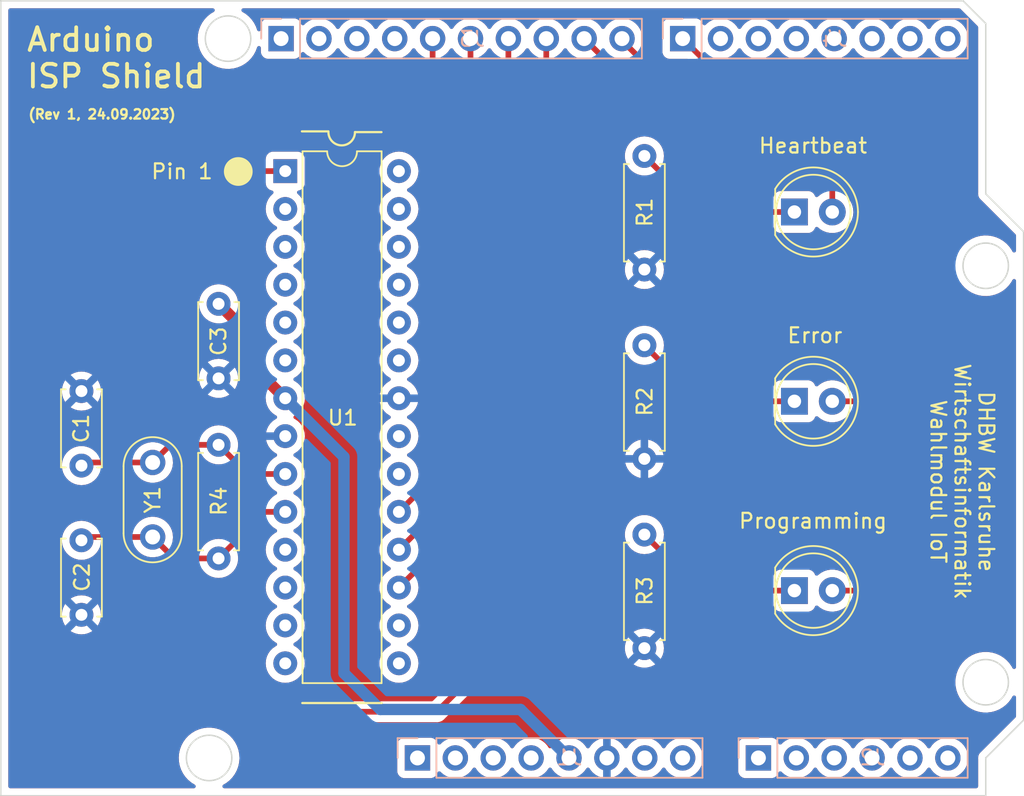
<source format=kicad_pcb>
(kicad_pcb (version 20211014) (generator pcbnew)
  (layers (0 "F.Cu" signal) (31 "B.Cu" signal) (34 "B.Paste" user) (35 "F.Paste" user) (36 "B.SilkS" user "B.Silkscreen") (37 "F.SilkS" user "F.Silkscreen") (38 "B.Mask" user) (39 "F.Mask" user) (44 "Edge.Cuts" user))
  (net 0 "")
  (net 1 "GND")
  (net 2 "Net-(C1-Pad2)")
  (net 3 "Net-(C2-Pad2)")
  (net 4 "+5V")
  (net 5 "Net-(D1-Pad1)")
  (net 6 "/LED_Heartbeat")
  (net 7 "Net-(D2-Pad1)")
  (net 8 "/LED_Error")
  (net 9 "Net-(D3-Pad1)")
  (net 10 "/LED_Programming")
  (net 13 "/MCU_Reset")
  (net 25 "/MCU_PB3_MOSI")
  (net 26 "/MCU_PB4_MISO")
  (net 27 "/MCU_PB5_SCK")
  (footprint "Resistor_THT:R_Axial_DIN0207_L6.3mm_D2.5mm_P7.62mm_Horizontal" (layer "F.Cu") (at 149.9616 92.8624 90)
    (fp_text reference "R1" (at 3.8354 0.0254 90) (layer "F.SilkS"))
    (fp_text value "R")
    (fp_line (start 7.08 1.37) (end 7.08 1.04) (layer "F.SilkS") (width 0.12))
    (fp_line (start 7.08 -1.37) (end 7.08 -1.04) (layer "F.SilkS") (width 0.12))
    (fp_line (start 0.54 1.37) (end 7.08 1.37) (layer "F.SilkS") (width 0.12))
    (fp_line (start 0.54 -1.37) (end 7.08 -1.37) (layer "F.SilkS") (width 0.12))
    (fp_line (start 0.54 -1.04) (end 0.54 -1.37) (layer "F.SilkS") (width 0.12))
    (fp_line (start 0.54 1.04) (end 0.54 1.37) (layer "F.SilkS") (width 0.12))
    (pad "1" thru_hole circle (at 0 0 90) (size 1.6 1.6) (drill 0.8) (layers *.Cu *.Mask) (net 1 "GND"))
    (pad "2" thru_hole oval (at 7.62 0 90) (size 1.6 1.6) (drill 0.8) (layers *.Cu *.Mask) (net 5 "Net-(D1-Pad1)"))
  )
  (footprint "LED_THT:LED_D5.0mm" (layer "F.Cu") (at 160.02 114.4016)
    (fp_text reference "D3" hide)
    (fp_text value "LED")
    (fp_line (start -1.29 -1.545) (end -1.29 1.545) (layer "F.SilkS") (width 0.12))
    (fp_arc (start 4.26 -0.000462) (mid 2.072002 2.880433) (end -1.29 1.54483) (layer "F.SilkS") (width 0.12))
    (fp_arc (start -1.29 -1.54483) (mid 2.072002 -2.880433) (end 4.26 0.000462) (layer "F.SilkS") (width 0.12))
    (fp_circle (center 1.27 0) (end 3.77 0) (layer "F.SilkS") (width 0.12) (fill none))
    (pad "1" thru_hole rect (at 0 0) (size 1.8 1.8) (drill 0.9) (layers *.Cu *.Mask) (net 9 "Net-(D3-Pad1)"))
    (pad "2" thru_hole circle (at 2.54 0) (size 1.8 1.8) (drill 0.9) (layers *.Cu *.Mask) (net 10 "/LED_Programming"))
  )
  (footprint "LED_THT:LED_D5.0mm" (layer "F.Cu") (at 160.02 89.0016)
    (fp_text reference "D1" hide)
    (fp_text value "LED")
    (fp_line (start -1.29 -1.545) (end -1.29 1.545) (layer "F.SilkS") (width 0.12))
    (fp_arc (start -1.29 -1.54483) (mid 2.072002 -2.880433) (end 4.26 0.000462) (layer "F.SilkS") (width 0.12))
    (fp_arc (start 4.26 -0.000462) (mid 2.072002 2.880433) (end -1.29 1.54483) (layer "F.SilkS") (width 0.12))
    (fp_circle (center 1.27 0) (end 3.77 0) (layer "F.SilkS") (width 0.12) (fill none))
    (pad "1" thru_hole rect (at 0 0) (size 1.8 1.8) (drill 0.9) (layers *.Cu *.Mask) (net 5 "Net-(D1-Pad1)"))
    (pad "2" thru_hole circle (at 2.54 0) (size 1.8 1.8) (drill 0.9) (layers *.Cu *.Mask) (net 6 "/LED_Heartbeat"))
  )
  (footprint "Resistor_THT:R_Axial_DIN0207_L6.3mm_D2.5mm_P7.62mm_Horizontal" (layer "F.Cu") (at 149.9616 118.2624 90)
    (fp_text reference "R3" (at 3.8354 0.0254 90) (layer "F.SilkS"))
    (fp_text value "R")
    (fp_line (start 0.54 -1.04) (end 0.54 -1.37) (layer "F.SilkS") (width 0.12))
    (fp_line (start 0.54 1.04) (end 0.54 1.37) (layer "F.SilkS") (width 0.12))
    (fp_line (start 7.08 1.37) (end 7.08 1.04) (layer "F.SilkS") (width 0.12))
    (fp_line (start 7.08 -1.37) (end 7.08 -1.04) (layer "F.SilkS") (width 0.12))
    (fp_line (start 0.54 1.37) (end 7.08 1.37) (layer "F.SilkS") (width 0.12))
    (fp_line (start 0.54 -1.37) (end 7.08 -1.37) (layer "F.SilkS") (width 0.12))
    (pad "1" thru_hole circle (at 0 0 90) (size 1.6 1.6) (drill 0.8) (layers *.Cu *.Mask) (net 1 "GND"))
    (pad "2" thru_hole oval (at 7.62 0 90) (size 1.6 1.6) (drill 0.8) (layers *.Cu *.Mask) (net 9 "Net-(D3-Pad1)"))
  )
  (footprint "Capacitor_THT:C_Disc_D5.0mm_W2.5mm_P5.00mm" (layer "F.Cu") (at 112.2172 101.0158 -90)
    (fp_text reference "C1" (at 2.5146 0.0146 90) (layer "F.SilkS"))
    (fp_text value "15pF")
    (fp_line (start -0.12 -1.37) (end 5.12 -1.37) (layer "F.SilkS") (width 0.12))
    (fp_line (start -0.12 1.055) (end -0.12 1.37) (layer "F.SilkS") (width 0.12))
    (fp_line (start -0.12 1.37) (end 5.12 1.37) (layer "F.SilkS") (width 0.12))
    (fp_line (start 5.12 1.055) (end 5.12 1.37) (layer "F.SilkS") (width 0.12))
    (fp_line (start 5.12 -1.37) (end 5.12 -1.055) (layer "F.SilkS") (width 0.12))
    (fp_line (start -0.12 -1.37) (end -0.12 -1.055) (layer "F.SilkS") (width 0.12))
    (pad "1" thru_hole circle (at 0 0 270) (size 1.6 1.6) (drill 0.8) (layers *.Cu *.Mask) (net 1 "GND"))
    (pad "2" thru_hole circle (at 5 0 270) (size 1.6 1.6) (drill 0.8) (layers *.Cu *.Mask) (net 2 "Net-(C1-Pad2)"))
  )
  (footprint "Capacitor_THT:C_Disc_D5.0mm_W2.5mm_P5.00mm" (layer "F.Cu") (at 121.412 95.163 -90)
    (fp_text reference "C3" (at 2.5146 0 90) (layer "F.SilkS"))
    (fp_text value "100nF")
    (fp_line (start -0.12 1.055) (end -0.12 1.37) (layer "F.SilkS") (width 0.12))
    (fp_line (start -0.12 -1.37) (end 5.12 -1.37) (layer "F.SilkS") (width 0.12))
    (fp_line (start 5.12 1.055) (end 5.12 1.37) (layer "F.SilkS") (width 0.12))
    (fp_line (start 5.12 -1.37) (end 5.12 -1.055) (layer "F.SilkS") (width 0.12))
    (fp_line (start -0.12 1.37) (end 5.12 1.37) (layer "F.SilkS") (width 0.12))
    (fp_line (start -0.12 -1.37) (end -0.12 -1.055) (layer "F.SilkS") (width 0.12))
    (pad "1" thru_hole circle (at 0 0 270) (size 1.6 1.6) (drill 0.8) (layers *.Cu *.Mask) (net 4 "+5V"))
    (pad "2" thru_hole circle (at 5 0 270) (size 1.6 1.6) (drill 0.8) (layers *.Cu *.Mask) (net 1 "GND"))
  )
  (footprint "LED_THT:LED_D5.0mm" (layer "F.Cu") (at 160.02 101.7016)
    (fp_text reference "D2" hide)
    (fp_text value "LED")
    (fp_line (start -1.29 -1.545) (end -1.29 1.545) (layer "F.SilkS") (width 0.12))
    (fp_arc (start 4.26 -0.000462) (mid 2.072002 2.880433) (end -1.29 1.54483) (layer "F.SilkS") (width 0.12))
    (fp_arc (start -1.29 -1.54483) (mid 2.072002 -2.880433) (end 4.26 0.000462) (layer "F.SilkS") (width 0.12))
    (fp_circle (center 1.27 0) (end 3.77 0) (layer "F.SilkS") (width 0.12) (fill none))
    (pad "1" thru_hole rect (at 0 0) (size 1.8 1.8) (drill 0.9) (layers *.Cu *.Mask) (net 7 "Net-(D2-Pad1)"))
    (pad "2" thru_hole circle (at 2.54 0) (size 1.8 1.8) (drill 0.9) (layers *.Cu *.Mask) (net 8 "/LED_Error"))
  )
  (footprint "Crystal:Resonator-2Pin_W8.0mm_H3.5mm" (layer "F.Cu") (at 116.9924 105.8056 -90)
    (fp_text reference "Y1" (at 2.5 0 90) (layer "F.SilkS"))
    (fp_text value "16 MHz")
    (fp_line (start 0.25 -1.95) (end 4.75 -1.95) (layer "F.SilkS") (width 0.12))
    (fp_line (start 0.25 1.95) (end 4.75 1.95) (layer "F.SilkS") (width 0.12))
    (fp_arc (start 0.25 1.95) (mid -1.7 0) (end 0.25 -1.95) (layer "F.SilkS") (width 0.12))
    (fp_arc (start 4.75 -1.95) (mid 6.7 0) (end 4.75 1.95) (layer "F.SilkS") (width 0.12))
    (pad "1" thru_hole circle (at 0 0 270) (size 1.7 1.7) (drill 1) (layers *.Cu *.Mask) (net 2 "Net-(C1-Pad2)"))
    (pad "2" thru_hole circle (at 5 0 270) (size 1.7 1.7) (drill 1) (layers *.Cu *.Mask) (net 3 "Net-(C2-Pad2)"))
  )
  (footprint "Capacitor_THT:C_Disc_D5.0mm_W2.5mm_P5.00mm" (layer "F.Cu") (at 112.2172 116.0272 90)
    (fp_text reference "C2" (at 2.5254 0.04 90) (layer "F.SilkS"))
    (fp_text value "15pF")
    (fp_line (start -0.12 -1.37) (end 5.12 -1.37) (layer "F.SilkS") (width 0.12))
    (fp_line (start -0.12 1.055) (end -0.12 1.37) (layer "F.SilkS") (width 0.12))
    (fp_line (start -0.12 -1.37) (end -0.12 -1.055) (layer "F.SilkS") (width 0.12))
    (fp_line (start 5.12 1.055) (end 5.12 1.37) (layer "F.SilkS") (width 0.12))
    (fp_line (start -0.12 1.37) (end 5.12 1.37) (layer "F.SilkS") (width 0.12))
    (fp_line (start 5.12 -1.37) (end 5.12 -1.055) (layer "F.SilkS") (width 0.12))
    (pad "1" thru_hole circle (at 0 0 90) (size 1.6 1.6) (drill 0.8) (layers *.Cu *.Mask) (net 1 "GND"))
    (pad "2" thru_hole circle (at 5 0 90) (size 1.6 1.6) (drill 0.8) (layers *.Cu *.Mask) (net 3 "Net-(C2-Pad2)"))
  )
  (footprint "Package_DIP:DIP-28_W7.62mm" (layer "F.Cu") (at 125.8824 86.2584)
    (fp_text reference "U1" (at 3.8508 16.5508) (layer "F.SilkS"))
    (fp_text value "ATmega328-P")
    (fp_line (start 1.16 34.35) (end 6.46 34.35) (layer "F.SilkS") (width 0.12))
    (fp_line (start 1.16 -1.33) (end 1.16 34.35) (layer "F.SilkS") (width 0.12))
    (fp_line (start 6.46 34.35) (end 6.46 -1.33) (layer "F.SilkS") (width 0.12))
    (fp_line (start 2.81 -1.33) (end 1.16 -1.33) (layer "F.SilkS") (width 0.12))
    (fp_line (start 6.46 -1.33) (end 4.81 -1.33) (layer "F.SilkS") (width 0.12))
    (fp_arc (start 4.81 -1.33) (mid 3.81 -0.33) (end 2.81 -1.33) (layer "F.SilkS") (width 0.12))
    (pad "1" thru_hole rect (at 0 0) (size 1.6 1.6) (drill 0.8) (layers *.Cu *.Mask) (net 13 "/MCU_Reset"))
    (pad "2" thru_hole oval (at 0 2.54) (size 1.6 1.6) (drill 0.8) (layers *.Cu *.Mask))
    (pad "3" thru_hole oval (at 0 5.08) (size 1.6 1.6) (drill 0.8) (layers *.Cu *.Mask))
    (pad "4" thru_hole oval (at 0 7.62) (size 1.6 1.6) (drill 0.8) (layers *.Cu *.Mask))
    (pad "5" thru_hole oval (at 0 10.16) (size 1.6 1.6) (drill 0.8) (layers *.Cu *.Mask))
    (pad "6" thru_hole oval (at 0 12.7) (size 1.6 1.6) (drill 0.8) (layers *.Cu *.Mask))
    (pad "7" thru_hole oval (at 0 15.24) (size 1.6 1.6) (drill 0.8) (layers *.Cu *.Mask) (net 4 "+5V"))
    (pad "8" thru_hole oval (at 0 17.78) (size 1.6 1.6) (drill 0.8) (layers *.Cu *.Mask) (net 1 "GND"))
    (pad "9" thru_hole oval (at 0 20.32) (size 1.6 1.6) (drill 0.8) (layers *.Cu *.Mask) (net 2 "Net-(C1-Pad2)"))
    (pad "10" thru_hole oval (at 0 22.86) (size 1.6 1.6) (drill 0.8) (layers *.Cu *.Mask) (net 3 "Net-(C2-Pad2)"))
    (pad "11" thru_hole oval (at 0 25.4) (size 1.6 1.6) (drill 0.8) (layers *.Cu *.Mask))
    (pad "12" thru_hole oval (at 0 27.94) (size 1.6 1.6) (drill 0.8) (layers *.Cu *.Mask))
    (pad "13" thru_hole oval (at 0 30.48) (size 1.6 1.6) (drill 0.8) (layers *.Cu *.Mask))
    (pad "14" thru_hole oval (at 0 33.02) (size 1.6 1.6) (drill 0.8) (layers *.Cu *.Mask))
    (pad "15" thru_hole oval (at 7.62 33.02) (size 1.6 1.6) (drill 0.8) (layers *.Cu *.Mask))
    (pad "16" thru_hole oval (at 7.62 30.48) (size 1.6 1.6) (drill 0.8) (layers *.Cu *.Mask))
    (pad "17" thru_hole oval (at 7.62 27.94) (size 1.6 1.6) (drill 0.8) (layers *.Cu *.Mask) (net 25 "/MCU_PB3_MOSI"))
    (pad "18" thru_hole oval (at 7.62 25.4) (size 1.6 1.6) (drill 0.8) (layers *.Cu *.Mask) (net 26 "/MCU_PB4_MISO"))
    (pad "19" thru_hole oval (at 7.62 22.86) (size 1.6 1.6) (drill 0.8) (layers *.Cu *.Mask) (net 27 "/MCU_PB5_SCK"))
    (pad "20" thru_hole oval (at 7.62 20.32) (size 1.6 1.6) (drill 0.8) (layers *.Cu *.Mask))
    (pad "21" thru_hole oval (at 7.62 17.78) (size 1.6 1.6) (drill 0.8) (layers *.Cu *.Mask))
    (pad "22" thru_hole oval (at 7.62 15.24) (size 1.6 1.6) (drill 0.8) (layers *.Cu *.Mask) (net 1 "GND"))
    (pad "23" thru_hole oval (at 7.62 12.7) (size 1.6 1.6) (drill 0.8) (layers *.Cu *.Mask))
    (pad "24" thru_hole oval (at 7.62 10.16) (size 1.6 1.6) (drill 0.8) (layers *.Cu *.Mask))
    (pad "25" thru_hole oval (at 7.62 7.62) (size 1.6 1.6) (drill 0.8) (layers *.Cu *.Mask))
    (pad "26" thru_hole oval (at 7.62 5.08) (size 1.6 1.6) (drill 0.8) (layers *.Cu *.Mask))
    (pad "27" thru_hole oval (at 7.62 2.54) (size 1.6 1.6) (drill 0.8) (layers *.Cu *.Mask))
    (pad "28" thru_hole oval (at 7.62 0) (size 1.6 1.6) (drill 0.8) (layers *.Cu *.Mask))
  )
  (footprint "Resistor_THT:R_Axial_DIN0207_L6.3mm_D2.5mm_P7.62mm_Horizontal" (layer "F.Cu") (at 121.412 104.6226 -90)
    (fp_text reference "R4" (at 3.7846 -0.0254 90) (layer "F.SilkS"))
    (fp_text value "1M")
    (fp_line (start 7.08 1.37) (end 7.08 1.04) (layer "F.SilkS") (width 0.12))
    (fp_line (start 0.54 -1.04) (end 0.54 -1.37) (layer "F.SilkS") (width 0.12))
    (fp_line (start 0.54 -1.37) (end 7.08 -1.37) (layer "F.SilkS") (width 0.12))
    (fp_line (start 7.08 -1.37) (end 7.08 -1.04) (layer "F.SilkS") (width 0.12))
    (fp_line (start 0.54 1.04) (end 0.54 1.37) (layer "F.SilkS") (width 0.12))
    (fp_line (start 0.54 1.37) (end 7.08 1.37) (layer "F.SilkS") (width 0.12))
    (pad "1" thru_hole circle (at 0 0 270) (size 1.6 1.6) (drill 0.8) (layers *.Cu *.Mask) (net 2 "Net-(C1-Pad2)"))
    (pad "2" thru_hole oval (at 7.62 0 270) (size 1.6 1.6) (drill 0.8) (layers *.Cu *.Mask) (net 3 "Net-(C2-Pad2)"))
  )
  (footprint "Resistor_THT:R_Axial_DIN0207_L6.3mm_D2.5mm_P7.62mm_Horizontal" (layer "F.Cu") (at 149.9616 97.9424 -90)
    (fp_text reference "R2" (at 3.7846 -0.0254 90) (layer "F.SilkS"))
    (fp_text value "R")
    (fp_line (start 7.08 -1.37) (end 7.08 -1.04) (layer "F.SilkS") (width 0.12))
    (fp_line (start 0.54 1.04) (end 0.54 1.37) (layer "F.SilkS") (width 0.12))
    (fp_line (start 0.54 -1.04) (end 0.54 -1.37) (layer "F.SilkS") (width 0.12))
    (fp_line (start 7.08 1.37) (end 7.08 1.04) (layer "F.SilkS") (width 0.12))
    (fp_line (start 0.54 1.37) (end 7.08 1.37) (layer "F.SilkS") (width 0.12))
    (fp_line (start 0.54 -1.37) (end 7.08 -1.37) (layer "F.SilkS") (width 0.12))
    (pad "1" thru_hole circle (at 0 0 270) (size 1.6 1.6) (drill 0.8) (layers *.Cu *.Mask) (net 7 "Net-(D2-Pad1)"))
    (pad "2" thru_hole oval (at 7.62 0 270) (size 1.6 1.6) (drill 0.8) (layers *.Cu *.Mask) (net 1 "GND"))
  )
  (footprint "Connector_PinHeader_2.54mm:PinHeader_1x06_P2.54mm_Vertical" (layer "B.Cu") (at 157.607 125.6284 -90)
    (fp_text reference "J2" (at -0.0254 -7.6454 180) (layer "B.SilkS") (effects (justify mirror)))
    (fp_text value "Conn_01x06_Male")
    (fp_line (start -1.33 1.33) (end 0 1.33) (layer "B.SilkS") (width 0.12))
    (fp_line (start -1.33 -1.27) (end 1.33 -1.27) (layer "B.SilkS") (width 0.12))
    (fp_line (start -1.33 0) (end -1.33 1.33) (layer "B.SilkS") (width 0.12))
    (fp_line (start 1.33 -1.27) (end 1.33 -14.03) (layer "B.SilkS") (width 0.12))
    (fp_line (start -1.33 -1.27) (end -1.33 -14.03) (layer "B.SilkS") (width 0.12))
    (fp_line (start -1.33 -14.03) (end 1.33 -14.03) (layer "B.SilkS") (width 0.12))
    (pad "1" thru_hole rect (at 0 0 270) (size 1.7 1.7) (drill 1) (layers *.Cu *.Mask))
    (pad "2" thru_hole oval (at 0 -2.54 270) (size 1.7 1.7) (drill 1) (layers *.Cu *.Mask))
    (pad "3" thru_hole oval (at 0 -5.08 270) (size 1.7 1.7) (drill 1) (layers *.Cu *.Mask))
    (pad "4" thru_hole oval (at 0 -7.62 270) (size 1.7 1.7) (drill 1) (layers *.Cu *.Mask))
    (pad "5" thru_hole oval (at 0 -10.16 270) (size 1.7 1.7) (drill 1) (layers *.Cu *.Mask))
    (pad "6" thru_hole oval (at 0 -12.7 270) (size 1.7 1.7) (drill 1) (layers *.Cu *.Mask))
  )
  (footprint "Connector_PinHeader_2.54mm:PinHeader_1x08_P2.54mm_Vertical" (layer "B.Cu") (at 134.747 125.6284 -90)
    (fp_text reference "J1" (at -0.0254 -10.1854 180) (layer "B.SilkS") (effects (justify mirror)))
    (fp_text value "Conn_01x08_Male")
    (fp_line (start -1.33 -19.11) (end 1.33 -19.11) (layer "B.SilkS") (width 0.12))
    (fp_line (start -1.33 1.33) (end 0 1.33) (layer "B.SilkS") (width 0.12))
    (fp_line (start -1.33 0) (end -1.33 1.33) (layer "B.SilkS") (width 0.12))
    (fp_line (start -1.33 -1.27) (end -1.33 -19.11) (layer "B.SilkS") (width 0.12))
    (fp_line (start 1.33 -1.27) (end 1.33 -19.11) (layer "B.SilkS") (width 0.12))
    (fp_line (start -1.33 -1.27) (end 1.33 -1.27) (layer "B.SilkS") (width 0.12))
    (pad "1" thru_hole rect (at 0 0 270) (size 1.7 1.7) (drill 1) (layers *.Cu *.Mask))
    (pad "2" thru_hole oval (at 0 -2.54 270) (size 1.7 1.7) (drill 1) (layers *.Cu *.Mask))
    (pad "3" thru_hole oval (at 0 -5.08 270) (size 1.7 1.7) (drill 1) (layers *.Cu *.Mask))
    (pad "4" thru_hole oval (at 0 -7.62 270) (size 1.7 1.7) (drill 1) (layers *.Cu *.Mask))
    (pad "5" thru_hole oval (at 0 -10.16 270) (size 1.7 1.7) (drill 1) (layers *.Cu *.Mask) (net 4 "+5V"))
    (pad "6" thru_hole oval (at 0 -12.7 270) (size 1.7 1.7) (drill 1) (layers *.Cu *.Mask) (net 1 "GND"))
    (pad "7" thru_hole oval (at 0 -15.24 270) (size 1.7 1.7) (drill 1) (layers *.Cu *.Mask))
    (pad "8" thru_hole oval (at 0 -17.78 270) (size 1.7 1.7) (drill 1) (layers *.Cu *.Mask))
  )
  (footprint "Connector_PinHeader_2.54mm:PinHeader_1x10_P2.54mm_Vertical" (layer "B.Cu") (at 125.603 77.3684 -90)
    (fp_text reference "J3" (at 0.0254 -12.8016) (layer "B.SilkS") (effects (justify mirror)))
    (fp_text value "Conn_01x10_Male")
    (fp_line (start -1.33 1.33) (end 0 1.33) (layer "B.SilkS") (width 0.12))
    (fp_line (start -1.33 0) (end -1.33 1.33) (layer "B.SilkS") (width 0.12))
    (fp_line (start 1.33 -1.27) (end 1.33 -24.19) (layer "B.SilkS") (width 0.12))
    (fp_line (start -1.33 -24.19) (end 1.33 -24.19) (layer "B.SilkS") (width 0.12))
    (fp_line (start -1.33 -1.27) (end 1.33 -1.27) (layer "B.SilkS") (width 0.12))
    (fp_line (start -1.33 -1.27) (end -1.33 -24.19) (layer "B.SilkS") (width 0.12))
    (pad "1" thru_hole rect (at 0 0 270) (size 1.7 1.7) (drill 1) (layers *.Cu *.Mask))
    (pad "2" thru_hole oval (at 0 -2.54 270) (size 1.7 1.7) (drill 1) (layers *.Cu *.Mask))
    (pad "3" thru_hole oval (at 0 -5.08 270) (size 1.7 1.7) (drill 1) (layers *.Cu *.Mask))
    (pad "4" thru_hole oval (at 0 -7.62 270) (size 1.7 1.7) (drill 1) (layers *.Cu *.Mask))
    (pad "5" thru_hole oval (at 0 -10.16 270) (size 1.7 1.7) (drill 1) (layers *.Cu *.Mask) (net 27 "/MCU_PB5_SCK"))
    (pad "6" thru_hole oval (at 0 -12.7 270) (size 1.7 1.7) (drill 1) (layers *.Cu *.Mask) (net 26 "/MCU_PB4_MISO"))
    (pad "7" thru_hole oval (at 0 -15.24 270) (size 1.7 1.7) (drill 1) (layers *.Cu *.Mask) (net 25 "/MCU_PB3_MOSI"))
    (pad "8" thru_hole oval (at 0 -17.78 270) (size 1.7 1.7) (drill 1) (layers *.Cu *.Mask) (net 13 "/MCU_Reset"))
    (pad "9" thru_hole oval (at 0 -20.32 270) (size 1.7 1.7) (drill 1) (layers *.Cu *.Mask) (net 6 "/LED_Heartbeat"))
    (pad "10" thru_hole oval (at 0 -22.86 270) (size 1.7 1.7) (drill 1) (layers *.Cu *.Mask) (net 8 "/LED_Error"))
  )
  (footprint "Connector_PinHeader_2.54mm:PinHeader_1x08_P2.54mm_Vertical" (layer "B.Cu") (at 152.527 77.3684 -90)
    (fp_text reference "J4" (at 0.0254 -10.1854 180) (layer "B.SilkS") (effects (justify mirror)))
    (fp_text value "Conn_01x08_Male")
    (fp_line (start -1.33 -19.11) (end 1.33 -19.11) (layer "B.SilkS") (width 0.12))
    (fp_line (start -1.33 -1.27) (end -1.33 -19.11) (layer "B.SilkS") (width 0.12))
    (fp_line (start 1.33 -1.27) (end 1.33 -19.11) (layer "B.SilkS") (width 0.12))
    (fp_line (start -1.33 0) (end -1.33 1.33) (layer "B.SilkS") (width 0.12))
    (fp_line (start -1.33 1.33) (end 0 1.33) (layer "B.SilkS") (width 0.12))
    (fp_line (start -1.33 -1.27) (end 1.33 -1.27) (layer "B.SilkS") (width 0.12))
    (pad "1" thru_hole rect (at 0 0 270) (size 1.7 1.7) (drill 1) (layers *.Cu *.Mask) (net 10 "/LED_Programming"))
    (pad "2" thru_hole oval (at 0 -2.54 270) (size 1.7 1.7) (drill 1) (layers *.Cu *.Mask))
    (pad "3" thru_hole oval (at 0 -5.08 270) (size 1.7 1.7) (drill 1) (layers *.Cu *.Mask))
    (pad "4" thru_hole oval (at 0 -7.62 270) (size 1.7 1.7) (drill 1) (layers *.Cu *.Mask))
    (pad "5" thru_hole oval (at 0 -10.16 270) (size 1.7 1.7) (drill 1) (layers *.Cu *.Mask))
    (pad "6" thru_hole oval (at 0 -12.7 270) (size 1.7 1.7) (drill 1) (layers *.Cu *.Mask))
    (pad "7" thru_hole oval (at 0 -15.24 270) (size 1.7 1.7) (drill 1) (layers *.Cu *.Mask))
    (pad "8" thru_hole oval (at 0 -17.78 270) (size 1.7 1.7) (drill 1) (layers *.Cu *.Mask))
  )
  (gr_arc (start 130.556362 83.641838) (mid 129.667 84.5312) (end 128.777638 83.641838) (layer "F.SilkS") (width 0.15))
  (gr_line (start 127.0254 121.9454) (end 132.3594 121.9454) (layer "F.SilkS") (width 0.15))
  (gr_circle (center 122.7328 86.2838) (end 123.6218 86.2838) (layer "F.SilkS") (width 0.15) (fill solid))
  (gr_line (start 130.556362 83.641838) (end 132.334 83.641838) (layer "F.SilkS") (width 0.15))
  (gr_line (start 128.777638 83.591038) (end 127 83.591038) (layer "F.SilkS") (width 0.15))
  (gr_line (start 172.847 125.6284) (end 175.387 123.0884) (layer "Edge.Cuts") (width 0.1))
  (gr_line (start 172.847 76.3524) (end 171.323 74.8284) (layer "Edge.Cuts") (width 0.1))
  (gr_circle (center 122.047 77.3684) (end 123.571 77.3684) (layer "Edge.Cuts") (width 0.1) (fill none))
  (gr_line (start 172.847 87.7824) (end 172.847 76.3524) (layer "Edge.Cuts") (width 0.1))
  (gr_line (start 175.387 90.3224) (end 172.847 87.7824) (layer "Edge.Cuts") (width 0.1))
  (gr_circle (center 172.847 92.6084) (end 174.371 92.6084) (layer "Edge.Cuts") (width 0.1) (fill none))
  (gr_circle (center 172.847 120.5484) (end 174.371 120.5484) (layer "Edge.Cuts") (width 0.1) (fill none))
  (gr_line (start 175.387 123.0884) (end 175.387 90.3224) (layer "Edge.Cuts") (width 0.1))
  (gr_circle (center 120.777 125.6284) (end 122.301 125.6284) (layer "Edge.Cuts") (width 0.1) (fill none))
  (gr_line (start 171.323 74.8284) (end 106.807 74.8284) (layer "Edge.Cuts") (width 0.1))
  (gr_line (start 106.807 74.8284) (end 106.807 128.1684) (layer "Edge.Cuts") (width 0.1))
  (gr_line (start 106.807 128.1684) (end 172.847 128.1684) (layer "Edge.Cuts") (width 0.1))
  (gr_line (start 172.847 128.1684) (end 172.847 125.6284) (layer "Edge.Cuts") (width 0.1))
  (gr_text "Arduino\nISP Shield" (at 108.4326 78.6638) (layer "F.SilkS") (effects (font (size 1.524 1.524) (thickness 0.254)) (justify left)))
  (gr_text "(Rev 1, 24.09.2023)" (at 108.585 82.4484) (layer "F.SilkS") (effects (font (size 0.635 0.635)) (justify left)))
  (gr_text "Pin 1" (at 121.1072 86.2838) (layer "F.SilkS") (effects (font (size 1 1)) (justify right)))
  (gr_text "Programming" (at 161.2646 109.728) (layer "F.SilkS") (effects (font (size 1 1))))
  (gr_text "Heartbeat" (at 161.2646 84.5566) (layer "F.SilkS") (effects (font (size 1 1))))
  (gr_text "DHBW Karlsruhe\nWirtschaftsinformatik\nWahlmodul IoT" (at 171.2722 107.0864 270) (layer "F.SilkS") (effects (font (size 1 1))))
  (gr_text "Error" (at 161.3916 97.282) (layer "F.SilkS") (effects (font (size 1 1))))
  (segment (start 112.4274 105.8056) (end 112.2172 106.0158) (width 0.381) (layer "F.Cu") (net 2))
  (segment (start 123.3678 106.5784) (end 121.412 104.6226) (width 0.381) (layer "F.Cu") (net 2))
  (segment (start 118.1754 104.6226) (end 116.9924 105.8056) (width 0.381) (layer "F.Cu") (net 2))
  (segment (start 125.8824 106.5784) (end 123.3678 106.5784) (width 0.381) (layer "F.Cu") (net 2))
  (segment (start 116.9924 105.8056) (end 112.4274 105.8056) (width 0.381) (layer "F.Cu") (net 2))
  (segment (start 121.412 104.6226) (end 118.1754 104.6226) (width 0.381) (layer "F.Cu") (net 2))
  (segment (start 112.4388 110.8056) (end 112.2172 111.0272) (width 0.381) (layer "F.Cu") (net 3))
  (segment (start 121.412 112.2426) (end 118.4294 112.2426) (width 0.381) (layer "F.Cu") (net 3))
  (segment (start 118.4294 112.2426) (end 116.9924 110.8056) (width 0.381) (layer "F.Cu") (net 3))
  (segment (start 124.5362 109.1184) (end 121.412 112.2426) (width 0.381) (layer "F.Cu") (net 3))
  (segment (start 116.9924 110.8056) (end 112.4388 110.8056) (width 0.381) (layer "F.Cu") (net 3))
  (segment (start 125.8824 109.1184) (end 124.5362 109.1184) (width 0.381) (layer "F.Cu") (net 3))
  (segment (start 125.8824 101.4984) (end 125.857 101.4984) (width 0.762) (layer "F.Cu") (net 4))
  (segment (start 123.7234 97.4744) (end 121.412 95.163) (width 0.762) (layer "F.Cu") (net 4))
  (segment (start 125.857 101.4984) (end 123.7234 99.3648) (width 0.762) (layer "F.Cu") (net 4))
  (segment (start 123.7234 99.3648) (end 123.7234 97.4744) (width 0.762) (layer "F.Cu") (net 4))
  (segment (start 141.6558 122.3772) (end 132.2578 122.3772) (width 0.762) (layer "B.Cu") (net 4))
  (segment (start 129.8194 105.4354) (end 125.8824 101.4984) (width 0.762) (layer "B.Cu") (net 4))
  (segment (start 144.907 125.6284) (end 141.6558 122.3772) (width 0.762) (layer "B.Cu") (net 4))
  (segment (start 132.2578 122.3772) (end 129.8194 119.9388) (width 0.762) (layer "B.Cu") (net 4))
  (segment (start 129.8194 119.9388) (end 129.8194 105.4354) (width 0.762) (layer "B.Cu") (net 4))
  (segment (start 153.7208 89.0016) (end 149.9616 85.2424) (width 0.381) (layer "F.Cu") (net 5))
  (segment (start 160.02 89.0016) (end 153.7208 89.0016) (width 0.381) (layer "F.Cu") (net 5))
  (segment (start 162.56 87.1728) (end 160.8074 85.4202) (width 0.381) (layer "F.Cu") (net 6))
  (segment (start 160.8074 85.4202) (end 153.9748 85.4202) (width 0.381) (layer "F.Cu") (net 6))
  (segment (start 162.56 89.0016) (end 162.56 87.1728) (width 0.381) (layer "F.Cu") (net 6))
  (segment (start 153.9748 85.4202) (end 145.923 77.3684) (width 0.381) (layer "F.Cu") (net 6))
  (segment (start 160.02 101.7016) (end 153.7208 101.7016) (width 0.381) (layer "F.Cu") (net 7))
  (segment (start 153.7208 101.7016) (end 149.9616 97.9424) (width 0.381) (layer "F.Cu") (net 7))
  (segment (start 166.1668 83.4644) (end 168.1988 85.4964) (width 0.381) (layer "F.Cu") (net 8))
  (segment (start 168.1988 85.4964) (end 168.1988 98.9076) (width 0.381) (layer "F.Cu") (net 8))
  (segment (start 168.1988 98.9076) (end 165.4048 101.7016) (width 0.381) (layer "F.Cu") (net 8))
  (segment (start 154.432 83.4644) (end 166.1668 83.4644) (width 0.381) (layer "F.Cu") (net 8))
  (segment (start 165.4048 101.7016) (end 162.56 101.7016) (width 0.381) (layer "F.Cu") (net 8))
  (segment (start 148.463 77.3684) (end 148.336 77.3684) (width 0.381) (layer "F.Cu") (net 8))
  (segment (start 148.336 77.3684) (end 154.432 83.4644) (width 0.381) (layer "F.Cu") (net 8))
  (segment (start 153.7208 114.4016) (end 149.9616 110.6424) (width 0.381) (layer "F.Cu") (net 9))
  (segment (start 160.02 114.4016) (end 153.7208 114.4016) (width 0.381) (layer "F.Cu") (net 9))
  (segment (start 156.4894 81.3308) (end 166.9796 81.3308) (width 0.381) (layer "F.Cu") (net 10))
  (segment (start 152.527 77.3684) (end 156.4894 81.3308) (width 0.381) (layer "F.Cu") (net 10))
  (segment (start 170.2562 84.6074) (end 170.2562 111.252) (width 0.381) (layer "F.Cu") (net 10))
  (segment (start 170.2562 111.252) (end 167.1066 114.4016) (width 0.381) (layer "F.Cu") (net 10))
  (segment (start 166.9796 81.3308) (end 170.2562 84.6074) (width 0.381) (layer "F.Cu") (net 10))
  (segment (start 167.1066 114.4016) (end 162.56 114.4016) (width 0.381) (layer "F.Cu") (net 10))
  (segment (start 112.4458 122.5296) (end 108.9152 118.999) (width 0.381) (layer "F.Cu") (net 13))
  (segment (start 143.383 115.189) (end 136.0424 122.5296) (width 0.381) (layer "F.Cu") (net 13))
  (segment (start 108.9152 118.999) (end 108.9152 92.7608) (width 0.381) (layer "F.Cu") (net 13))
  (segment (start 136.0424 122.5296) (end 112.4458 122.5296) (width 0.381) (layer "F.Cu") (net 13))
  (segment (start 143.383 77.3684) (end 143.383 115.189) (width 0.381) (layer "F.Cu") (net 13))
  (segment (start 115.4176 86.2584) (end 125.8824 86.2584) (width 0.381) (layer "F.Cu") (net 13))
  (segment (start 108.9152 92.7608) (end 115.4176 86.2584) (width 0.381) (layer "F.Cu") (net 13))
  (segment (start 140.843 77.3684) (end 140.843 106.8578) (width 0.381) (layer "F.Cu") (net 25))
  (segment (start 140.843 106.8578) (end 133.5024 114.1984) (width 0.381) (layer "F.Cu") (net 25))
  (segment (start 138.303 77.3684) (end 138.303 106.8578) (width 0.381) (layer "F.Cu") (net 26))
  (segment (start 138.303 106.8578) (end 133.5024 111.6584) (width 0.381) (layer "F.Cu") (net 26))
  (segment (start 135.763 106.8578) (end 133.5024 109.1184) (width 0.381) (layer "F.Cu") (net 27))
  (segment (start 135.763 77.3684) (end 135.763 106.8578) (width 0.381) (layer "F.Cu") (net 27))
  (zone (net 0) (net_name "") (layer "F.Cu") (connect_pads (clearance 0.508)) (min_thickness 0.254) (fill yes (thermal_gap 0.508) (thermal_bridge_width 0.508))
    (polygon (pts (xy 175.387 128.1684) (xy 106.807 128.1684) (xy 106.807 74.8284) (xy 175.387 74.8284)))
  )
  (zone (net 1) (net_name "GND") (layer "B.Cu") (connect_pads (clearance 0.508)) (min_thickness 0.254) (fill yes (thermal_gap 0.508) (thermal_bridge_width 0.508))
    (polygon (pts (xy 175.387 128.1684) (xy 106.807 128.1684) (xy 106.807 74.8284) (xy 175.387 74.8284)))
  )
)
</source>
